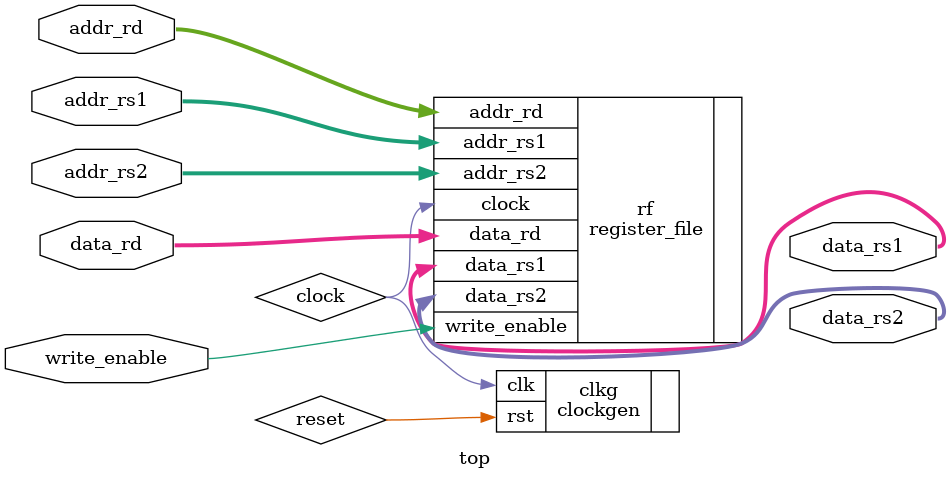
<source format=sv>
`include "signals.h"

module top(
  input wire[4:0] addr_rs1,
  input wire[4:0] addr_rs2,
  input wire[4:0] addr_rd,
  input wire write_enable,
  input wire[31:0] data_rd,
  output wire[31:0] data_rs1,
  output wire[31:0] data_rs2
);
  wire clock, reset;
  // logic write_enable;
  // logic [4:0] addr_rs1; 
  // logic [4:0] addr_rs2;
  // logic [4:0] addr_rd;
  // logic [31:0] data_rd;
  // logic[31:0] data_rs1;
  // logic[31:0] data_rs2;
  clockgen clkg(
    .clk(clock),
    .rst(reset)
  );
  register_file rf(
    .clock(clock),
    .addr_rs1(addr_rs1),
    .addr_rs2(addr_rs2),
    .addr_rd(addr_rd),
    .data_rd(data_rd),
    .data_rs1(data_rs1),
    .data_rs2(data_rs2),
    .write_enable(write_enable)
  );

endmodule

</source>
